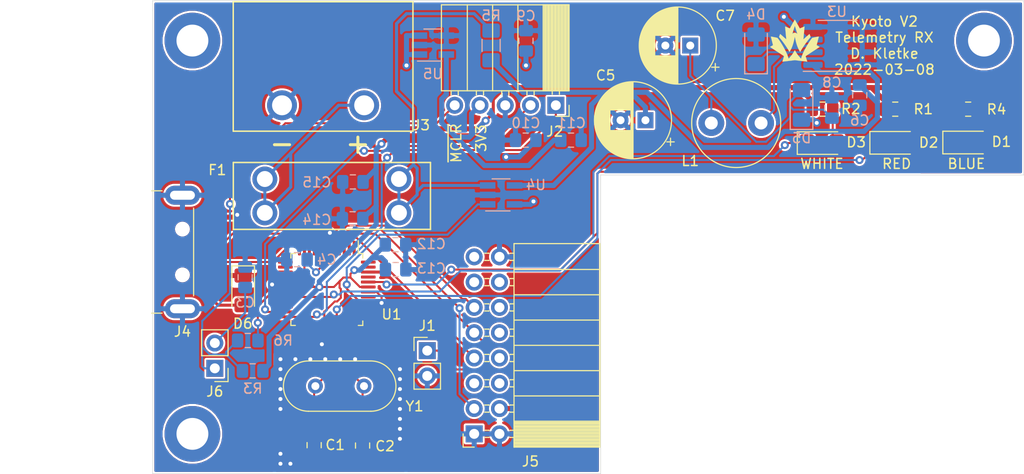
<source format=kicad_pcb>
(kicad_pcb (version 20171130) (host pcbnew "(5.1.2)-1")
  (layers (0 F.Cu signal) (31 B.Cu signal) (34 B.Paste user hide) (35 F.Paste user hide) (36 B.SilkS user) (37 F.SilkS user) (38 B.Mask user) (39 F.Mask user hide) (44 Edge.Cuts user))
  (net 0 "")
  (net 1 GND)
  (net 2 +3V3)
  (net 3 +5V)
  (net 4 "Net-(D1-Pad2)")
  (net 5 "Net-(D1-Pad1)")
  (net 6 "Net-(D2-Pad2)")
  (net 7 "Net-(D2-Pad1)")
  (net 8 "Net-(D3-Pad2)")
  (net 9 "Net-(D3-Pad1)")
  (net 10 /~MCLR)
  (net 11 /ICSPDAT)
  (net 12 /USB_D+)
  (net 13 /USB_D-)
  (net 14 /ICSPCLK)
  (net 15 /OSC1)
  (net 16 /OSC2)
  (net 17 "Net-(C3-Pad1)")
  (net 18 "Net-(C4-Pad1)")
  (net 19 +12V)
  (net 20 "Net-(C7-Pad1)")
  (net 21 "Net-(D4-Pad1)")
  (net 22 "Net-(D6-Pad2)")
  (net 23 "Net-(F1-Pad2)")
  (net 24 "Net-(F1-Pad1)")
  (net 25 /radio.sch/TX)
  (net 26 "Net-(J5-Pad15)")
  (net 27 "Net-(J5-Pad14)")
  (net 28 "Net-(J5-Pad13)")
  (net 29 "Net-(J5-Pad12)")
  (net 30 /radio.sch/~RTS)
  (net 31 "Net-(J5-Pad10)")
  (net 32 "Net-(J5-Pad8)")
  (net 33 /radio.sch/RX)
  (net 34 "Net-(J5-Pad6)")
  (net 35 "Net-(J5-Pad5)")
  (net 36 /radio.sch/~CTS)
  (net 37 "Net-(R6-Pad2)")
  (net 38 "Net-(U1-Pad48)")
  (net 39 "Net-(U1-Pad47)")
  (net 40 "Net-(U1-Pad45)")
  (net 41 "Net-(U1-Pad41)")
  (net 42 /power/CURR_BATT)
  (net 43 "Net-(U1-Pad39)")
  (net 44 "Net-(U1-Pad38)")
  (net 45 "Net-(U1-Pad37)")
  (net 46 "Net-(U1-Pad36)")
  (net 47 "Net-(U1-Pad35)")
  (net 48 "Net-(U1-Pad29)")
  (net 49 "Net-(U1-Pad28)")
  (net 50 "Net-(U1-Pad27)")
  (net 51 "Net-(U1-Pad26)")
  (net 52 "Net-(U1-Pad25)")
  (net 53 "Net-(U1-Pad22)")
  (net 54 "Net-(U1-Pad21)")
  (net 55 "Net-(U1-Pad16)")
  (net 56 "Net-(U1-Pad15)")
  (net 57 "Net-(U1-Pad14)")
  (net 58 "Net-(U1-Pad13)")
  (net 59 "Net-(U1-Pad12)")
  (net 60 "Net-(U1-Pad8)")
  (net 61 "Net-(U1-Pad1)")
  (module canhw_footprints:Fuseholder_36-3557-15-ND (layer F.Cu) (at 107.0088 88.60396)
    (fp_text reference F1 (at -11.5088 -2.60396) (layer F.SilkS))
    (fp_text value "F4989-ND, 36-3557-2-ND")
    (pad 1 thru_hole circle (at 6.735 1.7) (size 2.5 2.5) (drill 1.6) (layers *.Cu *.Mask) (net 24 "Net-(F1-Pad1)"))
    (pad 1 thru_hole circle (at 6.735 -1.7) (size 2.5 2.5) (drill 1.6) (layers *.Cu *.Mask) (net 24 "Net-(F1-Pad1)"))
    (pad 2 thru_hole circle (at -6.735 -1.7) (size 2.5 2.5) (drill 1.6) (layers *.Cu *.Mask) (net 23 "Net-(F1-Pad2)"))
    (pad 2 thru_hole circle (at -6.735 1.7) (size 2.5 2.5) (drill 1.6) (layers *.Cu *.Mask) (net 23 "Net-(F1-Pad2)"))
  )
  (module Connector_PinHeader_2.54mm:PinHeader_1x02_P2.54mm_Vertical (layer F.Cu) (at 95.25 105.918 180)
    (fp_text reference J6 (at 0 -2.33) (layer F.SilkS))
    (fp_text value "~MCLR~ Cap Jumper")
    (pad 2 thru_hole oval (at 0 2.54 180) (size 1.7 1.7) (drill 1) (layers *.Cu *.Mask) (net 17 "Net-(C3-Pad1)"))
    (pad 1 thru_hole rect (at 0 0 180) (size 1.7 1.7) (drill 1) (layers *.Cu *.Mask) (net 10 /~MCLR))
  )
  (module Connector_PinSocket_2.54mm:PinSocket_2x08_P2.54mm_Horizontal (layer F.Cu) (at 121.3 112.5 180)
    (fp_text reference J5 (at -5.65 -2.77) (layer F.SilkS))
    (fp_text value "RFD900x RADIO MODEM CONN")
    (pad 1 thru_hole rect (at 0 0 180) (size 1.7 1.7) (drill 1) (layers *.Cu *.Mask) (net 1 GND))
    (pad 2 thru_hole oval (at -2.54 0 180) (size 1.7 1.7) (drill 1) (layers *.Cu *.Mask) (net 1 GND))
    (pad 3 thru_hole oval (at 0 2.54 180) (size 1.7 1.7) (drill 1) (layers *.Cu *.Mask) (net 36 /radio.sch/~CTS))
    (pad 4 thru_hole oval (at -2.54 2.54 180) (size 1.7 1.7) (drill 1) (layers *.Cu *.Mask) (net 3 +5V))
    (pad 5 thru_hole oval (at 0 5.08 180) (size 1.7 1.7) (drill 1) (layers *.Cu *.Mask) (net 35 "Net-(J5-Pad5)"))
    (pad 6 thru_hole oval (at -2.54 5.08 180) (size 1.7 1.7) (drill 1) (layers *.Cu *.Mask) (net 34 "Net-(J5-Pad6)"))
    (pad 7 thru_hole oval (at 0 7.62 180) (size 1.7 1.7) (drill 1) (layers *.Cu *.Mask) (net 33 /radio.sch/RX))
    (pad 8 thru_hole oval (at -2.54 7.62 180) (size 1.7 1.7) (drill 1) (layers *.Cu *.Mask) (net 32 "Net-(J5-Pad8)"))
    (pad 9 thru_hole oval (at 0 10.16 180) (size 1.7 1.7) (drill 1) (layers *.Cu *.Mask) (net 25 /radio.sch/TX))
    (pad 10 thru_hole oval (at -2.54 10.16 180) (size 1.7 1.7) (drill 1) (layers *.Cu *.Mask) (net 31 "Net-(J5-Pad10)"))
    (pad 11 thru_hole oval (at 0 12.7 180) (size 1.7 1.7) (drill 1) (layers *.Cu *.Mask) (net 30 /radio.sch/~RTS))
    (pad 12 thru_hole oval (at -2.54 12.7 180) (size 1.7 1.7) (drill 1) (layers *.Cu *.Mask) (net 29 "Net-(J5-Pad12)"))
    (pad 13 thru_hole oval (at 0 15.24 180) (size 1.7 1.7) (drill 1) (layers *.Cu *.Mask) (net 28 "Net-(J5-Pad13)"))
    (pad 14 thru_hole oval (at -2.54 15.24 180) (size 1.7 1.7) (drill 1) (layers *.Cu *.Mask) (net 27 "Net-(J5-Pad14)"))
    (pad 15 thru_hole oval (at 0 17.78 180) (size 1.7 1.7) (drill 1) (layers *.Cu *.Mask) (net 26 "Net-(J5-Pad15)"))
    (pad 16 thru_hole oval (at -2.54 17.78 180) (size 1.7 1.7) (drill 1) (layers *.Cu *.Mask) (net 1 GND))
  )
  (module Diode_SMD:D_1206_3216Metric_Pad1.42x1.75mm_HandSolder (layer B.Cu) (at 154.178 79.4655 90)
    (fp_text reference D5 (at -3.32338 0 180) (layer B.SilkS) (effects (justify mirror)))
    (fp_text value SD1206S040S2R0)
    (pad 2 smd roundrect (at 1.4875 0 90) (size 1.425 1.75) (layers B.Cu B.Paste B.Mask) (roundrect_rratio 0.175439) (net 20 "Net-(C7-Pad1)"))
    (pad 1 smd roundrect (at -1.4875 0 90) (size 1.425 1.75) (layers B.Cu B.Paste B.Mask) (roundrect_rratio 0.175439) (net 3 +5V))
  )
  (module canhw_footprints:TQFP-48_7x7mm_P0.5mm (layer F.Cu) (at 106.5 98 270)
    (fp_text reference U1 (at 2.5 -6.5 180) (layer F.SilkS))
    (fp_text value PIC24FJ64GU205)
    (pad 1 smd roundrect (at -4.1625 -2.75 270) (size 1.475 0.3) (layers F.Cu F.Paste F.Mask) (net 61 "Net-(U1-Pad1)"))
    (pad 2 smd roundrect (at -4.1625 -2.25 270) (size 1.475 0.3) (layers F.Cu F.Paste F.Mask) (net 33 /radio.sch/RX))
    (pad 3 smd roundrect (at -4.1625 -1.75 270) (size 1.475 0.3) (layers F.Cu F.Paste F.Mask) (net 25 /radio.sch/TX))
    (pad 4 smd roundrect (at -4.1625 -1.25 270) (size 1.475 0.3) (layers F.Cu F.Paste F.Mask) (net 36 /radio.sch/~CTS))
    (pad 5 smd roundrect (at -4.1625 -0.75 270) (size 1.475 0.3) (layers F.Cu F.Paste F.Mask) (net 30 /radio.sch/~RTS))
    (pad 6 smd roundrect (at -4.1625 -0.25 270) (size 1.475 0.3) (layers F.Cu F.Paste F.Mask) (net 1 GND))
    (pad 7 smd roundrect (at -4.1625 0.25 270) (size 1.475 0.3) (layers F.Cu F.Paste F.Mask) (net 18 "Net-(C4-Pad1)"))
    (pad 8 smd roundrect (at -4.1625 0.75 270) (size 1.475 0.3) (layers F.Cu F.Paste F.Mask) (net 60 "Net-(U1-Pad8)"))
    (pad 9 smd roundrect (at -4.1625 1.25 270) (size 1.475 0.3) (layers F.Cu F.Paste F.Mask) (net 12 /USB_D+))
    (pad 10 smd roundrect (at -4.1625 1.75 270) (size 1.475 0.3) (layers F.Cu F.Paste F.Mask) (net 13 /USB_D-))
    (pad 11 smd roundrect (at -4.1625 2.25 270) (size 1.475 0.3) (layers F.Cu F.Paste F.Mask) (net 2 +3V3))
    (pad 12 smd roundrect (at -4.1625 2.75 270) (size 1.475 0.3) (layers F.Cu F.Paste F.Mask) (net 59 "Net-(U1-Pad12)"))
    (pad 13 smd roundrect (at -2.75 4.1625 270) (size 0.3 1.475) (layers F.Cu F.Paste F.Mask) (net 58 "Net-(U1-Pad13)"))
    (pad 14 smd roundrect (at -2.25 4.1625 270) (size 0.3 1.475) (layers F.Cu F.Paste F.Mask) (net 57 "Net-(U1-Pad14)"))
    (pad 15 smd roundrect (at -1.75 4.1625 270) (size 0.3 1.475) (layers F.Cu F.Paste F.Mask) (net 56 "Net-(U1-Pad15)"))
    (pad 16 smd roundrect (at -1.25 4.1625 270) (size 0.3 1.475) (layers F.Cu F.Paste F.Mask) (net 55 "Net-(U1-Pad16)"))
    (pad 17 smd roundrect (at -0.75 4.1625 270) (size 0.3 1.475) (layers F.Cu F.Paste F.Mask) (net 1 GND))
    (pad 18 smd roundrect (at -0.25 4.1625 270) (size 0.3 1.475) (layers F.Cu F.Paste F.Mask) (net 2 +3V3))
    (pad 19 smd roundrect (at 0.25 4.1625 270) (size 0.3 1.475) (layers F.Cu F.Paste F.Mask) (net 37 "Net-(R6-Pad2)"))
    (pad 20 smd roundrect (at 0.75 4.1625 270) (size 0.3 1.475) (layers F.Cu F.Paste F.Mask) (net 9 "Net-(D3-Pad1)"))
    (pad 21 smd roundrect (at 1.25 4.1625 270) (size 0.3 1.475) (layers F.Cu F.Paste F.Mask) (net 54 "Net-(U1-Pad21)"))
    (pad 22 smd roundrect (at 1.75 4.1625 270) (size 0.3 1.475) (layers F.Cu F.Paste F.Mask) (net 53 "Net-(U1-Pad22)"))
    (pad 23 smd roundrect (at 2.25 4.1625 270) (size 0.3 1.475) (layers F.Cu F.Paste F.Mask) (net 11 /ICSPDAT))
    (pad 24 smd roundrect (at 2.75 4.1625 270) (size 0.3 1.475) (layers F.Cu F.Paste F.Mask) (net 14 /ICSPCLK))
    (pad 25 smd roundrect (at 4.1625 2.75 270) (size 1.475 0.3) (layers F.Cu F.Paste F.Mask) (net 52 "Net-(U1-Pad25)"))
    (pad 26 smd roundrect (at 4.1625 2.25 270) (size 1.475 0.3) (layers F.Cu F.Paste F.Mask) (net 51 "Net-(U1-Pad26)"))
    (pad 27 smd roundrect (at 4.1625 1.75 270) (size 1.475 0.3) (layers F.Cu F.Paste F.Mask) (net 50 "Net-(U1-Pad27)"))
    (pad 28 smd roundrect (at 4.1625 1.25 270) (size 1.475 0.3) (layers F.Cu F.Paste F.Mask) (net 49 "Net-(U1-Pad28)"))
    (pad 29 smd roundrect (at 4.1625 0.75 270) (size 1.475 0.3) (layers F.Cu F.Paste F.Mask) (net 48 "Net-(U1-Pad29)"))
    (pad 30 smd roundrect (at 4.1625 0.25 270) (size 1.475 0.3) (layers F.Cu F.Paste F.Mask) (net 2 +3V3))
    (pad 31 smd roundrect (at 4.1625 -0.25 270) (size 1.475 0.3) (layers F.Cu F.Paste F.Mask) (net 1 GND))
    (pad 32 smd roundrect (at 4.1625 -0.75 270) (size 1.475 0.3) (layers F.Cu F.Paste F.Mask) (net 7 "Net-(D2-Pad1)"))
    (pad 33 smd roundrect (at 4.1625 -1.25 270) (size 1.475 0.3) (layers F.Cu F.Paste F.Mask) (net 15 /OSC1))
    (pad 34 smd roundrect (at 4.1625 -1.75 270) (size 1.475 0.3) (layers F.Cu F.Paste F.Mask) (net 16 /OSC2))
    (pad 35 smd roundrect (at 4.1625 -2.25 270) (size 1.475 0.3) (layers F.Cu F.Paste F.Mask) (net 47 "Net-(U1-Pad35)"))
    (pad 36 smd roundrect (at 4.1625 -2.75 270) (size 1.475 0.3) (layers F.Cu F.Paste F.Mask) (net 46 "Net-(U1-Pad36)"))
    (pad 37 smd roundrect (at 2.75 -4.1625 270) (size 0.3 1.475) (layers F.Cu F.Paste F.Mask) (net 45 "Net-(U1-Pad37)"))
    (pad 38 smd roundrect (at 2.25 -4.1625 270) (size 0.3 1.475) (layers F.Cu F.Paste F.Mask) (net 44 "Net-(U1-Pad38)"))
    (pad 39 smd roundrect (at 1.75 -4.1625 270) (size 0.3 1.475) (layers F.Cu F.Paste F.Mask) (net 43 "Net-(U1-Pad39)"))
    (pad 40 smd roundrect (at 1.25 -4.1625 270) (size 0.3 1.475) (layers F.Cu F.Paste F.Mask) (net 42 /power/CURR_BATT))
    (pad 41 smd roundrect (at 0.75 -4.1625 270) (size 0.3 1.475) (layers F.Cu F.Paste F.Mask) (net 41 "Net-(U1-Pad41)"))
    (pad 42 smd roundrect (at 0.25 -4.1625 270) (size 0.3 1.475) (layers F.Cu F.Paste F.Mask) (net 1 GND))
    (pad 43 smd roundrect (at -0.25 -4.1625 270) (size 0.3 1.475) (layers F.Cu F.Paste F.Mask) (net 2 +3V3))
    (pad 44 smd roundrect (at -0.75 -4.1625 270) (size 0.3 1.475) (layers F.Cu F.Paste F.Mask) (net 5 "Net-(D1-Pad1)"))
    (pad 45 smd roundrect (at -1.25 -4.1625 270) (size 0.3 1.475) (layers F.Cu F.Paste F.Mask) (net 40 "Net-(U1-Pad45)"))
    (pad 46 smd roundrect (at -1.75 -4.1625 270) (size 0.3 1.475) (layers F.Cu F.Paste F.Mask) (net 3 +5V))
    (pad 47 smd roundrect (at -2.25 -4.1625 270) (size 0.3 1.475) (layers F.Cu F.Paste F.Mask) (net 39 "Net-(U1-Pad47)"))
    (pad 48 smd roundrect (at -2.75 -4.1625 270) (size 0.3 1.475) (layers F.Cu F.Paste F.Mask) (net 38 "Net-(U1-Pad48)"))
  )
  (module Inductor_THT:L_Radial_D8.7mm_P5.00mm_Fastron_07HCP (layer F.Cu) (at 150.114 81.28 180)
    (fp_text reference L1 (at 7.112 -3.81) (layer F.SilkS))
    (fp_text value 47uH)
    (pad 1 thru_hole circle (at 0 0 180) (size 2.6 2.6) (drill 1.3) (layers *.Cu *.Mask) (net 21 "Net-(D4-Pad1)"))
    (pad 2 thru_hole circle (at 5 0 180) (size 2.6 2.6) (drill 1.3) (layers *.Cu *.Mask) (net 20 "Net-(C7-Pad1)"))
  )
  (module MountingHole:MountingHole_3.2mm_M3_DIN965_Pad (layer F.Cu) (at 172.5 73)
    (fp_text reference REF** hide)
    (fp_text value MountingHole_3.2mm_M3_DIN965_Pad)
    (pad 1 thru_hole circle (at 0 0) (size 5.6 5.6) (drill 3.2) (layers *.Cu *.Mask))
  )
  (module MountingHole:MountingHole_3.2mm_M3_DIN965_Pad (layer F.Cu) (at 93 112.5)
    (fp_text reference REF** hide)
    (fp_text value MountingHole_3.2mm_M3_DIN965_Pad)
    (pad 1 thru_hole circle (at 0 0) (size 5.6 5.6) (drill 3.2) (layers *.Cu *.Mask))
  )
  (module MountingHole:MountingHole_3.2mm_M3_DIN965_Pad (layer F.Cu) (at 93 73)
    (fp_text reference REF** hide)
    (fp_text value MountingHole_3.2mm_M3_DIN965_Pad)
    (pad 1 thru_hole circle (at 0 0) (size 5.6 5.6) (drill 3.2) (layers *.Cu *.Mask))
  )
  (module Resistor_SMD:R_0805_2012Metric_Pad1.15x1.40mm_HandSolder (layer B.Cu) (at 99.051 106.172 180)
    (fp_text reference R3 (at -0.009 -1.778) (layer B.SilkS) (effects (justify mirror)))
    (fp_text value 10k)
    (pad 2 smd roundrect (at 1.025 0 180) (size 1.15 1.4) (layers B.Cu B.Paste B.Mask) (roundrect_rratio 0.217391) (net 10 /~MCLR))
    (pad 1 smd roundrect (at -1.025 0 180) (size 1.15 1.4) (layers B.Cu B.Paste B.Mask) (roundrect_rratio 0.217391) (net 2 +3V3))
  )
  (module Connector_PinSocket_2.54mm:PinSocket_1x05_P2.54mm_Horizontal (layer F.Cu) (at 129.5 79.5 270)
    (fp_text reference J2 (at 2.63508 0.1102 180) (layer F.SilkS))
    (fp_text value "Programming Header")
    (pad 1 thru_hole rect (at 0 0 270) (size 1.7 1.7) (drill 1) (layers *.Cu *.Mask) (net 14 /ICSPCLK))
    (pad 2 thru_hole oval (at 0 2.54 270) (size 1.7 1.7) (drill 1) (layers *.Cu *.Mask) (net 11 /ICSPDAT))
    (pad 3 thru_hole oval (at 0 5.08 270) (size 1.7 1.7) (drill 1) (layers *.Cu *.Mask) (net 1 GND))
    (pad 4 thru_hole oval (at 0 7.62 270) (size 1.7 1.7) (drill 1) (layers *.Cu *.Mask) (net 2 +3V3))
    (pad 5 thru_hole oval (at 0 10.16 270) (size 1.7 1.7) (drill 1) (layers *.Cu *.Mask) (net 10 /~MCLR))
  )
  (module canhw_footprints:BarrierBlock_ED2945-ND (layer F.Cu) (at 102 79.5)
    (fp_text reference J3 (at 14 2) (layer F.SilkS))
    (fp_text value "Battery In")
    (fp_text user + (at 7.62 3.81) (layer F.SilkS) (effects (font (size 2 2) (thickness 0.3))))
    (fp_text user - (at 0 3.81) (layer F.SilkS) (effects (font (size 2 2) (thickness 0.3))))
    (pad 1 thru_hole circle (at 0 0) (size 3 3) (drill 2) (layers *.Cu *.Mask) (net 1 GND))
    (pad 2 thru_hole circle (at 8.25 0) (size 3 3) (drill 2) (layers *.Cu *.Mask) (net 23 "Net-(F1-Pad2)"))
  )
  (module Crystal:Crystal_HC49-U_Vertical (layer F.Cu) (at 105.3509 107.70328)
    (fp_text reference Y1 (at 9.9651 2.02472) (layer F.SilkS))
    (fp_text value Crystal)
    (pad 1 thru_hole circle (at 0 0) (size 1.5 1.5) (drill 0.8) (layers *.Cu *.Mask) (net 15 /OSC1))
    (pad 2 thru_hole circle (at 4.88 0) (size 1.5 1.5) (drill 0.8) (layers *.Cu *.Mask) (net 16 /OSC2))
  )
  (module Package_TO_SOT_SMD:SOT-23-5_HandSoldering (layer B.Cu) (at 117.15 73.45)
    (fp_text reference U5 (at 0 2.9) (layer B.SilkS) (effects (justify mirror)))
    (fp_text value 497-18013-1-ND)
    (pad 1 smd rect (at -1.35 0.95) (size 1.56 0.65) (layers B.Cu B.Paste B.Mask) (net 3 +5V))
    (pad 2 smd rect (at -1.35 0) (size 1.56 0.65) (layers B.Cu B.Paste B.Mask) (net 1 GND))
    (pad 3 smd rect (at -1.35 -0.95) (size 1.56 0.65) (layers B.Cu B.Paste B.Mask) (net 3 +5V))
    (pad 4 smd rect (at 1.35 -0.95) (size 1.56 0.65) (layers B.Cu B.Paste B.Mask) (net 1 GND))
    (pad 5 smd rect (at 1.35 0.95) (size 1.56 0.65) (layers B.Cu B.Paste B.Mask) (net 2 +3V3))
  )
  (module Package_TO_SOT_SMD:SOT-23-5_HandSoldering (layer B.Cu) (at 124 88.5)
    (fp_text reference U4 (at 3.5 -1) (layer B.SilkS) (effects (justify mirror)))
    (fp_text value INA180)
    (pad 1 smd rect (at -1.35 0.95) (size 1.56 0.65) (layers B.Cu B.Paste B.Mask) (net 42 /power/CURR_BATT))
    (pad 2 smd rect (at -1.35 0) (size 1.56 0.65) (layers B.Cu B.Paste B.Mask) (net 1 GND))
    (pad 3 smd rect (at -1.35 -0.95) (size 1.56 0.65) (layers B.Cu B.Paste B.Mask) (net 24 "Net-(F1-Pad1)"))
    (pad 4 smd rect (at 1.35 -0.95) (size 1.56 0.65) (layers B.Cu B.Paste B.Mask) (net 19 +12V))
    (pad 5 smd rect (at 1.35 0.95) (size 1.56 0.65) (layers B.Cu B.Paste B.Mask) (net 3 +5V))
  )
  (module Package_SO:SOIC-8_3.9x4.9mm_P1.27mm (layer B.Cu) (at 157.799 73.533)
    (fp_text reference U3 (at -0.065 -3.429) (layer B.SilkS) (effects (justify mirror)))
    (fp_text value AP1509)
    (pad 1 smd roundrect (at -2.475 1.905) (size 1.95 0.6) (layers B.Cu B.Paste B.Mask) (net 19 +12V))
    (pad 2 smd roundrect (at -2.475 0.635) (size 1.95 0.6) (layers B.Cu B.Paste B.Mask) (net 21 "Net-(D4-Pad1)"))
    (pad 3 smd roundrect (at -2.475 -0.635) (size 1.95 0.6) (layers B.Cu B.Paste B.Mask) (net 3 +5V))
    (pad 4 smd roundrect (at -2.475 -1.905) (size 1.95 0.6) (layers B.Cu B.Paste B.Mask) (net 1 GND))
    (pad 5 smd roundrect (at 2.475 -1.905) (size 1.95 0.6) (layers B.Cu B.Paste B.Mask) (net 1 GND))
    (pad 6 smd roundrect (at 2.475 -0.635) (size 1.95 0.6) (layers B.Cu B.Paste B.Mask) (net 1 GND))
    (pad 7 smd roundrect (at 2.475 0.635) (size 1.95 0.6) (layers B.Cu B.Paste B.Mask) (net 1 GND))
    (pad 8 smd roundrect (at 2.475 1.905) (size 1.95 0.6) (layers B.Cu B.Paste B.Mask) (net 1 GND))
  )
  (module Resistor_SMD:R_0805_2012Metric_Pad1.15x1.40mm_HandSolder (layer B.Cu) (at 98.561 103.124)
    (fp_text reference R6 (at 3.547 0) (layer B.SilkS) (effects (justify mirror)))
    (fp_text value 100R)
    (pad 1 smd roundrect (at -1.025 0) (size 1.15 1.4) (layers B.Cu B.Paste B.Mask) (roundrect_rratio 0.217391) (net 10 /~MCLR))
    (pad 2 smd roundrect (at 1.025 0) (size 1.15 1.4) (layers B.Cu B.Paste B.Mask) (roundrect_rratio 0.217391) (net 37 "Net-(R6-Pad2)"))
  )
  (module Resistor_SMD:R_1206_3216Metric_Pad1.42x1.75mm_HandSolder (layer B.Cu) (at 123 73.4875 90)
    (fp_text reference R5 (at 3 0 180) (layer B.SilkS) (effects (justify mirror)))
    (fp_text value R_sense)
    (pad 1 smd roundrect (at -1.4875 0 90) (size 1.425 1.75) (layers B.Cu B.Paste B.Mask) (roundrect_rratio 0.175439) (net 19 +12V))
    (pad 2 smd roundrect (at 1.4875 0 90) (size 1.425 1.75) (layers B.Cu B.Paste B.Mask) (roundrect_rratio 0.175439) (net 24 "Net-(F1-Pad1)"))
  )
  (module Connector_USB:USB_A_CNCTech_1001-011-01101_Horizontal (layer F.Cu) (at 85.10016 94.234 180)
    (fp_text reference J4 (at -6.9 -8) (layer F.SilkS))
    (fp_text value USB_A)
    (pad 2 smd rect (at -9.65 -1 180) (size 2.5 1.1) (layers F.Cu F.Paste F.Mask) (net 13 /USB_D-))
    (pad 3 smd rect (at -9.65 1 180) (size 2.5 1.1) (layers F.Cu F.Paste F.Mask) (net 12 /USB_D+))
    (pad 1 smd rect (at -9.65 -3.5 180) (size 2.5 1.1) (layers F.Cu F.Paste F.Mask) (net 22 "Net-(D6-Pad2)"))
    (pad 4 smd rect (at -9.65 3.5 180) (size 2.5 1.1) (layers F.Cu F.Paste F.Mask) (net 1 GND))
    (pad 5 thru_hole oval (at -6.9 -5.7 180) (size 3.5 1.9) (drill oval 2.5 0.9) (layers *.Cu *.Mask) (net 1 GND))
    (pad 5 thru_hole oval (at -6.9 5.7 180) (size 3.5 1.9) (drill oval 2.5 0.9) (layers *.Cu *.Mask) (net 1 GND))
    (pad "" np_thru_hole circle (at -6.9 -2.3 180) (size 1.1 1.1) (drill 1.1) (layers *.Cu *.Mask))
    (pad "" np_thru_hole circle (at -6.9 2.3 180) (size 1.1 1.1) (drill 1.1) (layers *.Cu *.Mask))
  )
  (module Connector_PinHeader_2.54mm:PinHeader_1x02_P2.54mm_Vertical (layer F.Cu) (at 116.586 104.14)
    (fp_text reference J1 (at 0 -2.5) (layer F.SilkS))
    (fp_text value "Bootload Short")
    (pad 1 thru_hole rect (at 0 0) (size 1.7 1.7) (drill 1) (layers *.Cu *.Mask) (net 25 /radio.sch/TX))
    (pad 2 thru_hole oval (at 0 2.54) (size 1.7 1.7) (drill 1) (layers *.Cu *.Mask) (net 1 GND))
  )
  (module Diode_SMD:D_1206_3216Metric_Pad1.42x1.75mm_HandSolder (layer F.Cu) (at 98.1 98.0875 270)
    (fp_text reference D6 (at 3.33756 0.04572 180) (layer F.SilkS))
    (fp_text value SD1206S040S2R0)
    (pad 1 smd roundrect (at -1.4875 0 270) (size 1.425 1.75) (layers F.Cu F.Paste F.Mask) (roundrect_rratio 0.175439) (net 3 +5V))
    (pad 2 smd roundrect (at 1.4875 0 270) (size 1.425 1.75) (layers F.Cu F.Paste F.Mask) (roundrect_rratio 0.175439) (net 22 "Net-(D6-Pad2)"))
  )
  (module Diode_SMD:D_1206_3216Metric_Pad1.42x1.75mm_HandSolder (layer B.Cu) (at 149.606 73.8775 90)
    (fp_text reference D4 (at 3.5 0 180) (layer B.SilkS) (effects (justify mirror)))
    (fp_text value SD1206S040S2R0)
    (pad 1 smd roundrect (at -1.4875 0 90) (size 1.425 1.75) (layers B.Cu B.Paste B.Mask) (roundrect_rratio 0.175439) (net 21 "Net-(D4-Pad1)"))
    (pad 2 smd roundrect (at 1.4875 0 90) (size 1.425 1.75) (layers B.Cu B.Paste B.Mask) (roundrect_rratio 0.175439) (net 1 GND))
  )
  (module Capacitor_SMD:C_0805_2012Metric_Pad1.15x1.40mm_HandSolder (layer B.Cu) (at 109.11568 87.19764 180)
    (fp_text reference C15 (at 3.61568 -0.04064) (layer B.SilkS) (effects (justify mirror)))
    (fp_text value 0.1uF)
    (pad 1 smd roundrect (at -1.025 0 180) (size 1.15 1.4) (layers B.Cu B.Paste B.Mask) (roundrect_rratio 0.217391) (net 2 +3V3))
    (pad 2 smd roundrect (at 1.025 0 180) (size 1.15 1.4) (layers B.Cu B.Paste B.Mask) (roundrect_rratio 0.217391) (net 1 GND))
  )
  (module Capacitor_SMD:C_0805_2012Metric_Pad1.15x1.40mm_HandSolder (layer B.Cu) (at 109.08912 90.89588 180)
    (fp_text reference C14 (at 3.58912 -0.10412) (layer B.SilkS) (effects (justify mirror)))
    (fp_text value 0.1uF)
    (pad 1 smd roundrect (at -1.025 0 180) (size 1.15 1.4) (layers B.Cu B.Paste B.Mask) (roundrect_rratio 0.217391) (net 2 +3V3))
    (pad 2 smd roundrect (at 1.025 0 180) (size 1.15 1.4) (layers B.Cu B.Paste B.Mask) (roundrect_rratio 0.217391) (net 1 GND))
  )
  (module Capacitor_SMD:C_0805_2012Metric_Pad1.15x1.40mm_HandSolder (layer B.Cu) (at 113.41088 96)
    (fp_text reference C13 (at 3.58912 -0.11684) (layer B.SilkS) (effects (justify mirror)))
    (fp_text value 0.1uF)
    (pad 2 smd roundrect (at 1.025 0) (size 1.15 1.4) (layers B.Cu B.Paste B.Mask) (roundrect_rratio 0.217391) (net 1 GND))
    (pad 1 smd roundrect (at -1.025 0) (size 1.15 1.4) (layers B.Cu B.Paste B.Mask) (roundrect_rratio 0.217391) (net 2 +3V3))
  )
  (module Capacitor_SMD:C_0805_2012Metric_Pad1.15x1.40mm_HandSolder (layer B.Cu) (at 113.3978 93.5)
    (fp_text reference C12 (at 3.6022 -0.07436) (layer B.SilkS) (effects (justify mirror)))
    (fp_text value 0.1uF)
    (pad 2 smd roundrect (at 1.025 0) (size 1.15 1.4) (layers B.Cu B.Paste B.Mask) (roundrect_rratio 0.217391) (net 1 GND))
    (pad 1 smd roundrect (at -1.025 0) (size 1.15 1.4) (layers B.Cu B.Paste B.Mask) (roundrect_rratio 0.217391) (net 2 +3V3))
  )
  (module Capacitor_SMD:C_0805_2012Metric_Pad1.15x1.40mm_HandSolder (layer B.Cu) (at 131.025 83)
    (fp_text reference C11 (at 0.039 -1.72) (layer B.SilkS) (effects (justify mirror)))
    (fp_text value 1uF)
    (pad 2 smd roundrect (at 1.025 0) (size 1.15 1.4) (layers B.Cu B.Paste B.Mask) (roundrect_rratio 0.217391) (net 1 GND))
    (pad 1 smd roundrect (at -1.025 0) (size 1.15 1.4) (layers B.Cu B.Paste B.Mask) (roundrect_rratio 0.217391) (net 2 +3V3))
  )
  (module Capacitor_SMD:C_0805_2012Metric_Pad1.15x1.40mm_HandSolder (layer B.Cu) (at 126.475 83 180)
    (fp_text reference C10 (at -0.017 1.72) (layer B.SilkS) (effects (justify mirror)))
    (fp_text value 1uF)
    (pad 1 smd roundrect (at -1.025 0 180) (size 1.15 1.4) (layers B.Cu B.Paste B.Mask) (roundrect_rratio 0.217391) (net 3 +5V))
    (pad 2 smd roundrect (at 1.025 0 180) (size 1.15 1.4) (layers B.Cu B.Paste B.Mask) (roundrect_rratio 0.217391) (net 1 GND))
  )
  (module Capacitor_SMD:C_0805_2012Metric_Pad1.15x1.40mm_HandSolder (layer B.Cu) (at 126.5 73.025 270)
    (fp_text reference C9 (at -2.5 0 180) (layer B.SilkS) (effects (justify mirror)))
    (fp_text value 0.1uF)
    (pad 1 smd roundrect (at -1.025 0 270) (size 1.15 1.4) (layers B.Cu B.Paste B.Mask) (roundrect_rratio 0.217391) (net 1 GND))
    (pad 2 smd roundrect (at 1.025 0 270) (size 1.15 1.4) (layers B.Cu B.Paste B.Mask) (roundrect_rratio 0.217391) (net 3 +5V))
  )
  (module Capacitor_SMD:C_0805_2012Metric_Pad1.15x1.40mm_HandSolder (layer B.Cu) (at 157.226 79.765 90)
    (fp_text reference C8 (at 2.549 0 180) (layer B.SilkS) (effects (justify mirror)))
    (fp_text value 0.1uF)
    (pad 2 smd roundrect (at 1.025 0 90) (size 1.15 1.4) (layers B.Cu B.Paste B.Mask) (roundrect_rratio 0.217391) (net 1 GND))
    (pad 1 smd roundrect (at -1.025 0 90) (size 1.15 1.4) (layers B.Cu B.Paste B.Mask) (roundrect_rratio 0.217391) (net 20 "Net-(C7-Pad1)"))
  )
  (module Capacitor_THT:CP_Radial_D7.5mm_P2.50mm (layer F.Cu) (at 143 73.5 180)
    (fp_text reference C7 (at -3.5 3) (layer F.SilkS))
    (fp_text value 100uF)
    (pad 1 thru_hole rect (at 0 0 180) (size 1.6 1.6) (drill 0.8) (layers *.Cu *.Mask) (net 20 "Net-(C7-Pad1)"))
    (pad 2 thru_hole circle (at 2.5 0 180) (size 1.6 1.6) (drill 0.8) (layers *.Cu *.Mask) (net 1 GND))
  )
  (module Capacitor_SMD:C_0805_2012Metric_Pad1.15x1.40mm_HandSolder (layer B.Cu) (at 160.02 78.486 270)
    (fp_text reference C6 (at 2.531 0 180) (layer B.SilkS) (effects (justify mirror)))
    (fp_text value 0.1uF)
    (pad 1 smd roundrect (at -1.025 0 270) (size 1.15 1.4) (layers B.Cu B.Paste B.Mask) (roundrect_rratio 0.217391) (net 19 +12V))
    (pad 2 smd roundrect (at 1.025 0 270) (size 1.15 1.4) (layers B.Cu B.Paste B.Mask) (roundrect_rratio 0.217391) (net 1 GND))
  )
  (module Capacitor_THT:CP_Radial_D7.5mm_P2.50mm (layer F.Cu) (at 138.5 81 180)
    (fp_text reference C5 (at 4 4.5) (layer F.SilkS))
    (fp_text value 100uF)
    (pad 1 thru_hole rect (at 0 0 180) (size 1.6 1.6) (drill 0.8) (layers *.Cu *.Mask) (net 19 +12V))
    (pad 2 thru_hole circle (at 2.5 0 180) (size 1.6 1.6) (drill 0.8) (layers *.Cu *.Mask) (net 1 GND))
  )
  (module Capacitor_SMD:C_0805_2012Metric_Pad1.15x1.40mm_HandSolder (layer B.Cu) (at 103.5 95 180)
    (fp_text reference C4 (at -3 0) (layer B.SilkS) (effects (justify mirror)))
    (fp_text value 10uF)
    (pad 1 smd roundrect (at -1.025 0 180) (size 1.15 1.4) (layers B.Cu B.Paste B.Mask) (roundrect_rratio 0.217391) (net 18 "Net-(C4-Pad1)"))
    (pad 2 smd roundrect (at 1.025 0 180) (size 1.15 1.4) (layers B.Cu B.Paste B.Mask) (roundrect_rratio 0.217391) (net 1 GND))
  )
  (module Capacitor_SMD:C_0805_2012Metric_Pad1.15x1.40mm_HandSolder (layer B.Cu) (at 98.298 96.774 90)
    (fp_text reference C3 (at -2.525 0 180) (layer B.SilkS) (effects (justify mirror)))
    (fp_text value 0.1uF)
    (pad 1 smd roundrect (at -1.025 0 90) (size 1.15 1.4) (layers B.Cu B.Paste B.Mask) (roundrect_rratio 0.217391) (net 17 "Net-(C3-Pad1)"))
    (pad 2 smd roundrect (at 1.025 0 90) (size 1.15 1.4) (layers B.Cu B.Paste B.Mask) (roundrect_rratio 0.217391) (net 1 GND))
  )
  (module Capacitor_SMD:C_0805_2012Metric_Pad1.15x1.40mm_HandSolder (layer F.Cu) (at 110.09054 113.67228 90)
    (fp_text reference C2 (at -0.06096 2.25146 180) (layer F.SilkS))
    (fp_text value 27pF)
    (pad 1 smd roundrect (at -1.025 0 90) (size 1.15 1.4) (layers F.Cu F.Paste F.Mask) (roundrect_rratio 0.217391) (net 1 GND))
    (pad 2 smd roundrect (at 1.025 0 90) (size 1.15 1.4) (layers F.Cu F.Paste F.Mask) (roundrect_rratio 0.217391) (net 16 /OSC2))
  )
  (module Capacitor_SMD:C_0805_2012Metric_Pad1.15x1.40mm_HandSolder (layer F.Cu) (at 105.22644 113.63418 270)
    (fp_text reference C1 (at -0.02286 -2.11328 180) (layer F.SilkS))
    (fp_text value 27pF)
    (pad 1 smd roundrect (at -1.025 0 270) (size 1.15 1.4) (layers F.Cu F.Paste F.Mask) (roundrect_rratio 0.217391) (net 15 /OSC1))
    (pad 2 smd roundrect (at 1.025 0 270) (size 1.15 1.4) (layers F.Cu F.Paste F.Mask) (roundrect_rratio 0.217391) (net 1 GND))
  )
  (module "Team logo:Logo_SilkScreen_5mm" (layer F.Cu) (at 153.5 73)
    (fp_text reference G*** hide)
    (fp_text value LOGO hide)
  )
  (module Resistor_SMD:R_0805_2012Metric_Pad1.15x1.40mm_HandSolder (layer F.Cu) (at 170.91328 79.88842)
    (fp_text reference R4 (at 2.8448 0.0254) (layer F.SilkS))
    (fp_text value 130)
    (pad 2 smd roundrect (at 1.025 0) (size 1.15 1.4) (layers F.Cu F.Paste F.Mask) (roundrect_rratio 0.217391) (net 4 "Net-(D1-Pad2)"))
    (pad 1 smd roundrect (at -1.025 0) (size 1.15 1.4) (layers F.Cu F.Paste F.Mask) (roundrect_rratio 0.217391) (net 2 +3V3))
  )
  (module Resistor_SMD:R_0805_2012Metric_Pad1.15x1.40mm_HandSolder (layer F.Cu) (at 156.28288 79.88842)
    (fp_text reference R2 (at 2.8448 -0.0254) (layer F.SilkS))
    (fp_text value 130)
    (pad 2 smd roundrect (at 1.025 0) (size 1.15 1.4) (layers F.Cu F.Paste F.Mask) (roundrect_rratio 0.217391) (net 8 "Net-(D3-Pad2)"))
    (pad 1 smd roundrect (at -1.025 0) (size 1.15 1.4) (layers F.Cu F.Paste F.Mask) (roundrect_rratio 0.217391) (net 2 +3V3))
  )
  (module Resistor_SMD:R_0805_2012Metric_Pad1.15x1.40mm_HandSolder (layer F.Cu) (at 163.58908 79.88842)
    (fp_text reference R1 (at 2.8194 0) (layer F.SilkS))
    (fp_text value 130)
    (pad 2 smd roundrect (at 1.025 0) (size 1.15 1.4) (layers F.Cu F.Paste F.Mask) (roundrect_rratio 0.217391) (net 6 "Net-(D2-Pad2)"))
    (pad 1 smd roundrect (at -1.025 0) (size 1.15 1.4) (layers F.Cu F.Paste F.Mask) (roundrect_rratio 0.217391) (net 2 +3V3))
  )
  (module LED_SMD:LED_1206_3216Metric_Pad1.42x1.75mm_HandSolder (layer F.Cu) (at 156.21198 83.29202)
    (fp_text reference D3 (at 3.4544 -0.0762) (layer F.SilkS))
    (fp_text value LED)
    (pad 2 smd roundrect (at 1.4875 0) (size 1.425 1.75) (layers F.Cu F.Paste F.Mask) (roundrect_rratio 0.175439) (net 8 "Net-(D3-Pad2)"))
    (pad 1 smd roundrect (at -1.4875 0) (size 1.425 1.75) (layers F.Cu F.Paste F.Mask) (roundrect_rratio 0.175439) (net 9 "Net-(D3-Pad1)"))
  )
  (module LED_SMD:LED_1206_3216Metric_Pad1.42x1.75mm_HandSolder (layer F.Cu) (at 163.50178 83.26662)
    (fp_text reference D2 (at 3.4401 -0.0254) (layer F.SilkS))
    (fp_text value LED)
    (pad 2 smd roundrect (at 1.4875 0) (size 1.425 1.75) (layers F.Cu F.Paste F.Mask) (roundrect_rratio 0.175439) (net 6 "Net-(D2-Pad2)"))
    (pad 1 smd roundrect (at -1.4875 0) (size 1.425 1.75) (layers F.Cu F.Paste F.Mask) (roundrect_rratio 0.175439) (net 7 "Net-(D2-Pad1)"))
  )
  (module LED_SMD:LED_1206_3216Metric_Pad1.42x1.75mm_HandSolder (layer F.Cu) (at 170.82808 83.24122)
    (fp_text reference D1 (at 3.429 -0.0762) (layer F.SilkS))
    (fp_text value LED)
    (pad 2 smd roundrect (at 1.4875 0) (size 1.425 1.75) (layers F.Cu F.Paste F.Mask) (roundrect_rratio 0.175439) (net 4 "Net-(D1-Pad2)"))
    (pad 1 smd roundrect (at -1.4875 0) (size 1.425 1.75) (layers F.Cu F.Paste F.Mask) (roundrect_rratio 0.175439) (net 5 "Net-(D1-Pad1)"))
  )
  (gr_text ~MCLR (at 119.5 83.3 90) (layer F.SilkS) (effects (font (size 1 1))))
  (gr_text "Kyoto V2\nTelemetry RX\nD. Kletke\n2022-03-08" (at 162.5 73.5) (layer F.SilkS) (effects (font (size 1 1))))
  (gr_line (start 176.5 86.5) (end 176.5 69) (layer Edge.Cuts) (width 0.05))
  (gr_line (start 161.5 69) (end 176.5 69) (layer Edge.Cuts) (width 0.05))
  (gr_line (start 134 86.5) (end 134 116.5) (layer Edge.Cuts) (width 0.05))
  (gr_line (start 134 86.5) (end 176.5 86.5) (layer Edge.Cuts) (width 0.05))
  (gr_text BLUE (at 170.73 85.38) (layer F.SilkS) (effects (font (size 1 1))))
  (gr_text RED (at 163.73 85.38) (layer F.SilkS) (effects (font (size 1 1))))
  (gr_text WHITE (at 156.23 85.38) (layer F.SilkS) (effects (font (size 1 1))))
  (gr_line (start 89 69) (end 89 70) (layer Edge.Cuts) (width 0.05))
  (gr_line (start 161.5 69) (end 89 69) (layer Edge.Cuts) (width 0.05))
  (gr_line (start 89 116.5) (end 134 116.5) (layer Edge.Cuts) (width 0.05))
  (gr_line (start 89 70) (end 89 116.5) (layer Edge.Cuts) (width 0.05))
  (gr_text 3V3 (at 122 82.8 90) (layer F.SilkS) (effects (font (size 1 1))))
  (segment (start 101.5 97.25) (end 102.3375 97.25) (width 0.2032) (layer F.Cu) (net 1))
  (segment (start 110.6625 98.25) (end 111.5 98.25) (width 0.2032) (layer F.Cu) (net 1))
  (segment (start 122.65 88.5) (end 123.347882 88.5) (width 0.2032) (layer B.Cu) (net 1))
  (via (at 101.842 115.5) (size 0.8) (drill 0.4) (layers F.Cu B.Cu) (net 1))
  (via (at 101.842 105) (size 0.8) (drill 0.4) (layers F.Cu B.Cu) (net 1))
  (via (at 101.842 106) (size 0.8) (drill 0.4) (layers F.Cu B.Cu) (net 1))
  (via (at 101.842 107) (size 0.8) (drill 0.4) (layers F.Cu B.Cu) (net 1))
  (via (at 101.842 108) (size 0.8) (drill 0.4) (layers F.Cu B.Cu) (net 1))
  (via (at 101.842 109) (size 0.8) (drill 0.4) (layers F.Cu B.Cu) (net 1))
  (via (at 101.842 110) (size 0.8) (drill 0.4) (layers F.Cu B.Cu) (net 1))
  (via (at 113.842 110) (size 0.8) (drill 0.4) (layers F.Cu B.Cu) (net 1))
  (via (at 113.842 109) (size 0.8) (drill 0.4) (layers F.Cu B.Cu) (net 1))
  (via (at 113.842 108) (size 0.8) (drill 0.4) (layers F.Cu B.Cu) (net 1))
  (via (at 113.842 107) (size 0.8) (drill 0.4) (layers F.Cu B.Cu) (net 1))
  (via (at 113.842 106) (size 0.8) (drill 0.4) (layers F.Cu B.Cu) (net 1))
  (via (at 103.342 105) (size 0.8) (drill 0.4) (layers F.Cu B.Cu) (net 1))
  (via (at 104.842 105) (size 0.8) (drill 0.4) (layers F.Cu B.Cu) (net 1))
  (via (at 106.342 105) (size 0.8) (drill 0.4) (layers F.Cu B.Cu) (net 1))
  (via (at 107.842 105) (size 0.8) (drill 0.4) (layers F.Cu B.Cu) (net 1))
  (via (at 109.342 105) (size 0.8) (drill 0.4) (layers F.Cu B.Cu) (net 1))
  (via (at 101.842 114.5) (size 0.8) (drill 0.4) (layers F.Cu B.Cu) (net 1))
  (via (at 113.842 111) (size 0.8) (drill 0.4) (layers F.Cu B.Cu) (net 1))
  (via (at 113.842 112) (size 0.8) (drill 0.4) (layers F.Cu B.Cu) (net 1))
  (via (at 113.842 113) (size 0.8) (drill 0.4) (layers F.Cu B.Cu) (net 1))
  (via (at 102.842 115.5) (size 0.8) (drill 0.4) (layers F.Cu B.Cu) (net 1))
  (via (at 106.807251 92.307251) (size 0.8) (drill 0.4) (layers F.Cu B.Cu) (net 1))
  (segment (start 106.75 93.8375) (end 106.75 92.364502) (width 0.2032) (layer F.Cu) (net 1))
  (segment (start 106.75 92.364502) (end 106.807251 92.307251) (width 0.2032) (layer F.Cu) (net 1))
  (via (at 97.5 90.5) (size 0.8) (drill 0.4) (layers F.Cu B.Cu) (net 1))
  (via (at 101 97.5) (size 0.8) (drill 0.4) (layers F.Cu B.Cu) (net 1))
  (segment (start 101.5 97.25) (end 101.25 97.25) (width 0.2032) (layer F.Cu) (net 1))
  (segment (start 101.25 97.25) (end 101 97.5) (width 0.2032) (layer F.Cu) (net 1))
  (via (at 106 103.5) (size 0.8) (drill 0.4) (layers F.Cu B.Cu) (net 1))
  (segment (start 106.25 103.5) (end 106 103.5) (width 0.2032) (layer F.Cu) (net 1))
  (segment (start 106.75 102.1625) (end 106.75 103) (width 0.2032) (layer F.Cu) (net 1))
  (segment (start 106.75 103) (end 106.25 103.5) (width 0.2032) (layer F.Cu) (net 1))
  (via (at 112 99.349999) (size 0.8) (drill 0.4) (layers F.Cu B.Cu) (net 1))
  (segment (start 111.5 98.25) (end 112 98.75) (width 0.2032) (layer F.Cu) (net 1))
  (segment (start 112 98.75) (end 112 99.349999) (width 0.2032) (layer F.Cu) (net 1))
  (segment (start 97.266 90.734) (end 97.5 90.5) (width 0.508) (layer F.Cu) (net 1))
  (segment (start 94.75016 90.734) (end 97.266 90.734) (width 0.508) (layer F.Cu) (net 1))
  (segment (start 110.14068 90.86932) (end 110.11412 90.89588) (width 0.3048) (layer B.Cu) (net 2))
  (segment (start 112.3728 95.98692) (end 112.38588 96) (width 0.3048) (layer B.Cu) (net 2))
  (segment (start 109.825 97.75) (end 110.6625 97.75) (width 0.2032) (layer F.Cu) (net 2))
  (segment (start 108.873399 96.798399) (end 109.825 97.75) (width 0.2032) (layer F.Cu) (net 2))
  (segment (start 108.163231 96.798399) (end 108.873399 96.798399) (width 0.2032) (layer F.Cu) (net 2))
  (segment (start 104.25 96.75) (end 105.25 97.75) (width 0.2032) (layer F.Cu) (net 2))
  (segment (start 104.25 93.8375) (end 104.25 96.75) (width 0.2032) (layer F.Cu) (net 2))
  (segment (start 102.3375 97.75) (end 105.25 97.75) (width 0.2032) (layer F.Cu) (net 2))
  (via (at 109.255758 96.054158) (size 0.8) (drill 0.4) (layers F.Cu B.Cu) (net 2))
  (segment (start 108.873399 96.798399) (end 108.873399 96.436517) (width 0.2032) (layer F.Cu) (net 2))
  (segment (start 108.873399 96.436517) (end 109.255758 96.054158) (width 0.2032) (layer F.Cu) (net 2))
  (via (at 111.990182 83.376628) (size 0.8) (drill 0.4) (layers F.Cu B.Cu) (net 2))
  (segment (start 107.798399 97.163231) (end 107.880815 97.080815) (width 0.2032) (layer F.Cu) (net 2))
  (segment (start 106.25 102.1625) (end 106.25 100.21163) (width 0.2032) (layer F.Cu) (net 2))
  (segment (start 107.880815 97.080815) (end 108.163231 96.798399) (width 0.2032) (layer F.Cu) (net 2))
  (segment (start 107.903201 97.941571) (end 107.780815 97.819185) (width 0.2032) (layer F.Cu) (net 2))
  (segment (start 107.903201 98.836769) (end 107.903201 97.941571) (width 0.2032) (layer F.Cu) (net 2))
  (segment (start 107.780815 97.819185) (end 107.780815 97.180815) (width 0.2032) (layer F.Cu) (net 2))
  (segment (start 106.28837 100.21163) (end 107.298399 99.201601) (width 0.2032) (layer F.Cu) (net 2))
  (segment (start 106.25 100.21163) (end 106.28837 100.21163) (width 0.2032) (layer F.Cu) (net 2))
  (segment (start 107.298399 99.201601) (end 107.538369 99.201601) (width 0.2032) (layer F.Cu) (net 2))
  (segment (start 107.780815 97.180815) (end 107.880815 97.080815) (width 0.2032) (layer F.Cu) (net 2))
  (segment (start 107.538369 99.201601) (end 107.903201 98.836769) (width 0.2032) (layer F.Cu) (net 2))
  (segment (start 107.21163 97.75) (end 107.780815 97.180815) (width 0.2032) (layer F.Cu) (net 2))
  (segment (start 105.75 97.75) (end 107.21163 97.75) (width 0.2032) (layer F.Cu) (net 2))
  (segment (start 105.25 97.75) (end 105.75 97.75) (width 0.2032) (layer F.Cu) (net 2))
  (via (at 122.451 81.049) (size 0.8) (drill 0.4) (layers F.Cu B.Cu) (net 2))
  (segment (start 126.77581 85.54919) (end 122.327112 85.54919) (width 0.508) (layer B.Cu) (net 2))
  (segment (start 129.325 83) (end 126.77581 85.54919) (width 0.508) (layer B.Cu) (net 2))
  (segment (start 130 83) (end 129.325 83) (width 0.508) (layer B.Cu) (net 2))
  (segment (start 118.035999 81.258077) (end 119.607961 82.830039) (width 0.508) (layer B.Cu) (net 2))
  (segment (start 118.035999 78.874079) (end 118.035999 81.258077) (width 0.508) (layer B.Cu) (net 2))
  (segment (start 118.5 78.410078) (end 118.035999 78.874079) (width 0.508) (layer B.Cu) (net 2))
  (segment (start 118.5 74.4) (end 118.5 78.410078) (width 0.508) (layer B.Cu) (net 2))
  (segment (start 119.607961 82.830039) (end 119.353961 82.576039) (width 0.508) (layer B.Cu) (net 2))
  (segment (start 122.327112 85.54919) (end 119.861961 83.084039) (width 0.508) (layer B.Cu) (net 2))
  (segment (start 119.861961 83.084039) (end 119.607961 82.830039) (width 0.508) (layer B.Cu) (net 2))
  (segment (start 121.030001 82.469999) (end 120.8 82.7) (width 0.508) (layer B.Cu) (net 2))
  (segment (start 121.030001 80.349999) (end 121.030001 82.469999) (width 0.508) (layer B.Cu) (net 2))
  (segment (start 121.88 79.5) (end 121.030001 80.349999) (width 0.508) (layer B.Cu) (net 2))
  (segment (start 122.451 81.049) (end 120.8 82.7) (width 0.508) (layer B.Cu) (net 2))
  (segment (start 119.477922 82.7) (end 119.353961 82.576039) (width 0.508) (layer B.Cu) (net 2))
  (segment (start 120.8 82.7) (end 119.477922 82.7) (width 0.508) (layer B.Cu) (net 2))
  (segment (start 105.350001 98.149999) (end 105.75 97.75) (width 0.508) (layer B.Cu) (net 2))
  (segment (start 100.699372 102.800628) (end 105.350001 98.149999) (width 0.508) (layer B.Cu) (net 2))
  (segment (start 100.699372 105.548628) (end 100.699372 102.800628) (width 0.508) (layer B.Cu) (net 2))
  (segment (start 100.076 106.172) (end 100.699372 105.548628) (width 0.508) (layer B.Cu) (net 2))
  (via (at 105.75 97.75) (size 0.8) (drill 0.4) (layers F.Cu B.Cu) (net 2))
  (via (at 105.75 97.75) (size 0.8) (drill 0.4) (layers F.Cu B.Cu) (net 2))
  (segment (start 111.590183 83.776627) (end 111.990182 83.376628) (width 0.508) (layer B.Cu) (net 2))
  (segment (start 111.45839 83.90842) (end 111.590183 83.776627) (width 0.508) (layer B.Cu) (net 2))
  (segment (start 105.75 97.184315) (end 111.45839 91.475925) (width 0.508) (layer B.Cu) (net 2))
  (segment (start 105.75 97.75) (end 105.75 97.184315) (width 0.508) (layer B.Cu) (net 2))
  (segment (start 111.45839 85.87993) (end 111.45839 85.39161) (width 0.508) (layer B.Cu) (net 2))
  (segment (start 110.14068 87.19764) (end 111.45839 85.87993) (width 0.508) (layer B.Cu) (net 2))
  (segment (start 111.45839 85.39161) (end 111.45839 83.90842) (width 0.508) (layer B.Cu) (net 2))
  (segment (start 110.800272 90.272508) (end 111.45839 89.61439) (width 0.508) (layer B.Cu) (net 2))
  (segment (start 110.737492 90.272508) (end 110.800272 90.272508) (width 0.508) (layer B.Cu) (net 2))
  (segment (start 110.11412 90.89588) (end 110.737492 90.272508) (width 0.508) (layer B.Cu) (net 2))
  (segment (start 111.45839 91.475925) (end 111.45839 89.61439) (width 0.508) (layer B.Cu) (net 2))
  (segment (start 111.45839 89.61439) (end 111.45839 85.39161) (width 0.508) (layer B.Cu) (net 2))
  (segment (start 122.051001 81.448999) (end 122.451 81.049) (width 0.508) (layer F.Cu) (net 2))
  (segment (start 121.642789 81.857211) (end 122.051001 81.448999) (width 0.508) (layer F.Cu) (net 2))
  (segment (start 113.509599 81.857211) (end 121.642789 81.857211) (width 0.508) (layer F.Cu) (net 2))
  (segment (start 111.990182 83.376628) (end 113.509599 81.857211) (width 0.508) (layer F.Cu) (net 2))
  (segment (start 123.217599 78.922847) (end 124.416446 77.724) (width 0.3048) (layer F.Cu) (net 2))
  (segment (start 122.451 81.049) (end 123.217599 80.282401) (width 0.3048) (layer F.Cu) (net 2))
  (segment (start 123.217599 80.282401) (end 123.217599 78.922847) (width 0.3048) (layer F.Cu) (net 2))
  (segment (start 167.72386 77.724) (end 169.88828 79.88842) (width 0.508) (layer F.Cu) (net 2))
  (segment (start 161.19966 77.724) (end 159.512 77.724) (width 0.508) (layer F.Cu) (net 2))
  (segment (start 162.56408 79.08842) (end 161.19966 77.724) (width 0.508) (layer F.Cu) (net 2))
  (segment (start 162.56408 79.88842) (end 162.56408 79.08842) (width 0.508) (layer F.Cu) (net 2))
  (segment (start 159.512 77.724) (end 167.72386 77.724) (width 0.508) (layer F.Cu) (net 2))
  (segment (start 153.89346 77.724) (end 151.638 77.724) (width 0.508) (layer F.Cu) (net 2))
  (segment (start 155.25788 79.08842) (end 153.89346 77.724) (width 0.508) (layer F.Cu) (net 2))
  (segment (start 155.25788 79.88842) (end 155.25788 79.08842) (width 0.508) (layer F.Cu) (net 2))
  (segment (start 124.416446 77.724) (end 151.638 77.724) (width 0.508) (layer F.Cu) (net 2))
  (segment (start 151.638 77.724) (end 159.512 77.724) (width 0.508) (layer F.Cu) (net 2))
  (segment (start 109.255758 96.054158) (end 109.818642 96.054158) (width 0.508) (layer B.Cu) (net 2))
  (segment (start 111.99428 94.8084) (end 111.0644 94.8084) (width 0.508) (layer B.Cu) (net 2))
  (segment (start 112.38588 95.2) (end 111.99428 94.8084) (width 0.508) (layer B.Cu) (net 2))
  (segment (start 112.38588 96) (end 112.38588 95.2) (width 0.508) (layer B.Cu) (net 2))
  (segment (start 109.818642 96.054158) (end 111.0644 94.8084) (width 0.508) (layer B.Cu) (net 2))
  (segment (start 111.0644 94.8084) (end 112.3728 93.5) (width 0.508) (layer B.Cu) (net 2))
  (segment (start 115.8 72.5) (end 116.255 72.5) (width 0.3048) (layer B.Cu) (net 3))
  (via (at 126.5 75.5) (size 0.8) (drill 0.4) (layers F.Cu B.Cu) (net 3))
  (via (at 114.5 75.5) (size 0.8) (drill 0.4) (layers F.Cu B.Cu) (net 3))
  (via (at 124.5 84.695189) (size 0.8) (drill 0.4) (layers F.Cu B.Cu) (net 3))
  (via (at 152.4 70.612) (size 0.8) (drill 0.4) (layers F.Cu B.Cu) (net 3))
  (via (at 155.702 81.26551) (size 0.8) (drill 0.4) (layers F.Cu B.Cu) (net 3))
  (via (at 127.254 89.154) (size 0.8) (drill 0.4) (layers F.Cu B.Cu) (net 3))
  (segment (start 125.804811 84.695189) (end 127.5 83) (width 0.508) (layer B.Cu) (net 3))
  (segment (start 124.5 84.695189) (end 125.804811 84.695189) (width 0.508) (layer B.Cu) (net 3))
  (segment (start 126.5 74.05) (end 126.5 75.5) (width 0.508) (layer B.Cu) (net 3))
  (segment (start 114.512 72.5) (end 115.8 72.5) (width 0.508) (layer B.Cu) (net 3))
  (segment (start 114.5 72.512) (end 114.512 72.5) (width 0.508) (layer B.Cu) (net 3))
  (segment (start 114.5 74.412) (end 114.5 74.876) (width 0.508) (layer B.Cu) (net 3))
  (segment (start 114.512 74.4) (end 114.5 74.412) (width 0.508) (layer B.Cu) (net 3))
  (segment (start 115.8 74.4) (end 114.512 74.4) (width 0.508) (layer B.Cu) (net 3))
  (segment (start 114.5 75.5) (end 114.5 74.876) (width 0.508) (layer B.Cu) (net 3))
  (segment (start 114.5 74.876) (end 114.5 72.512) (width 0.508) (layer B.Cu) (net 3))
  (segment (start 154.686 72.898) (end 152.4 70.612) (width 0.508) (layer B.Cu) (net 3))
  (segment (start 155.324 72.898) (end 154.686 72.898) (width 0.508) (layer B.Cu) (net 3))
  (segment (start 126.958 89.45) (end 127.254 89.154) (width 0.508) (layer B.Cu) (net 3))
  (segment (start 125.35 89.45) (end 126.958 89.45) (width 0.508) (layer B.Cu) (net 3))
  (segment (start 155.38949 80.953) (end 155.702 81.26551) (width 0.508) (layer B.Cu) (net 3))
  (segment (start 154.178 80.953) (end 155.38949 80.953) (width 0.508) (layer B.Cu) (net 3))
  (segment (start 171.93828 82.86392) (end 172.31558 83.24122) (width 0.2032) (layer F.Cu) (net 4))
  (segment (start 171.93828 79.88842) (end 171.93828 82.86392) (width 0.2032) (layer F.Cu) (net 4))
  (segment (start 168.52808 83.24122) (end 165.59591 86.17339) (width 0.2032) (layer F.Cu) (net 5))
  (segment (start 165.59591 86.17339) (end 133.864714 86.17339) (width 0.2032) (layer F.Cu) (net 5))
  (segment (start 169.34058 83.24122) (end 168.52808 83.24122) (width 0.2032) (layer F.Cu) (net 5))
  (via (at 119 96) (size 0.8) (drill 0.4) (layers F.Cu B.Cu) (net 5))
  (segment (start 126.055098 96) (end 119 96) (width 0.2032) (layer F.Cu) (net 5))
  (via (at 112.5 97.5) (size 0.8) (drill 0.4) (layers F.Cu B.Cu) (net 5))
  (segment (start 119 96) (end 117.5 97.5) (width 0.2032) (layer B.Cu) (net 5))
  (segment (start 117.5 97.5) (end 112.5 97.5) (width 0.2032) (layer B.Cu) (net 5))
  (segment (start 112.25 97.25) (end 110.6625 97.25) (width 0.2032) (layer F.Cu) (net 5))
  (segment (start 112.5 97.5) (end 112.25 97.25) (width 0.2032) (layer F.Cu) (net 5))
  (segment (start 133.67339 86.364714) (end 133.67339 92.32661) (width 0.2032) (layer F.Cu) (net 5))
  (segment (start 133.864714 86.17339) (end 133.67339 86.364714) (width 0.2032) (layer F.Cu) (net 5))
  (segment (start 130 96) (end 126.055098 96) (width 0.2032) (layer F.Cu) (net 5))
  (segment (start 133.67339 92.32661) (end 130 96) (width 0.2032) (layer F.Cu) (net 5))
  (segment (start 164.61408 82.89142) (end 164.98928 83.26662) (width 0.2032) (layer F.Cu) (net 6))
  (segment (start 164.61408 79.88842) (end 164.61408 82.89142) (width 0.2032) (layer F.Cu) (net 6))
  (via (at 160 85) (size 0.8) (drill 0.4) (layers F.Cu B.Cu) (net 7))
  (segment (start 162.01428 83.26662) (end 160.2809 85) (width 0.2032) (layer F.Cu) (net 7))
  (segment (start 160.2809 85) (end 160 85) (width 0.2032) (layer F.Cu) (net 7))
  (via (at 107.5 100) (size 0.8) (drill 0.4) (layers F.Cu B.Cu) (net 7))
  (segment (start 107.25 101.325) (end 107.25 102.1625) (width 0.2032) (layer F.Cu) (net 7))
  (segment (start 107.25 100.815685) (end 107.25 101.325) (width 0.2032) (layer F.Cu) (net 7))
  (segment (start 107.5 100.565685) (end 107.25 100.815685) (width 0.2032) (layer F.Cu) (net 7))
  (segment (start 107.5 100) (end 107.5 100.565685) (width 0.2032) (layer F.Cu) (net 7))
  (segment (start 108.851601 98.648399) (end 107.5 100) (width 0.2032) (layer B.Cu) (net 7))
  (segment (start 127.921826 98.648399) (end 108.851601 98.648399) (width 0.2032) (layer B.Cu) (net 7))
  (segment (start 133.67339 92.896835) (end 127.921826 98.648399) (width 0.2032) (layer B.Cu) (net 7))
  (segment (start 133.67339 86.364714) (end 133.67339 92.896835) (width 0.2032) (layer B.Cu) (net 7))
  (segment (start 135.038104 85) (end 133.67339 86.364714) (width 0.2032) (layer B.Cu) (net 7))
  (segment (start 160 85) (end 135.038104 85) (width 0.2032) (layer B.Cu) (net 7))
  (segment (start 157.30788 82.90042) (end 157.69948 83.29202) (width 0.2032) (layer F.Cu) (net 8))
  (segment (start 157.30788 79.88842) (end 157.30788 82.90042) (width 0.2032) (layer F.Cu) (net 8))
  (via (at 152.5 83.5) (size 0.8) (drill 0.4) (layers F.Cu B.Cu) (net 9))
  (segment (start 154.72448 83.29202) (end 152.70798 83.29202) (width 0.2032) (layer F.Cu) (net 9))
  (segment (start 152.70798 83.29202) (end 152.5 83.5) (width 0.2032) (layer F.Cu) (net 9))
  (via (at 107.2016 98.5) (size 0.8) (drill 0.4) (layers F.Cu B.Cu) (net 9))
  (segment (start 102.3375 98.75) (end 106.9516 98.75) (width 0.2032) (layer F.Cu) (net 9))
  (segment (start 106.9516 98.75) (end 107.2016 98.5) (width 0.2032) (layer F.Cu) (net 9))
  (segment (start 108.065684 98.201601) (end 107.767285 98.5) (width 0.2032) (layer B.Cu) (net 9))
  (segment (start 117.836769 98.201601) (end 108.065684 98.201601) (width 0.2032) (layer B.Cu) (net 9))
  (segment (start 119.929971 96.108399) (end 117.836769 98.201601) (width 0.2032) (layer B.Cu) (net 9))
  (segment (start 151.40321 84.59679) (end 134.871089 84.59679) (width 0.2032) (layer B.Cu) (net 9))
  (segment (start 152.5 83.5) (end 151.40321 84.59679) (width 0.2032) (layer B.Cu) (net 9))
  (segment (start 134.871089 84.59679) (end 133.27018 86.197699) (width 0.2032) (layer B.Cu) (net 9))
  (segment (start 107.767285 98.5) (end 107.2016 98.5) (width 0.2032) (layer B.Cu) (net 9))
  (segment (start 133.27018 86.197699) (end 133.27018 92.72982) (width 0.2032) (layer B.Cu) (net 9))
  (segment (start 133.27018 92.72982) (end 129.891601 96.108399) (width 0.2032) (layer B.Cu) (net 9))
  (segment (start 129.891601 96.108399) (end 119.929971 96.108399) (width 0.2032) (layer B.Cu) (net 9))
  (segment (start 117.538399 81.301601) (end 102.340399 81.301601) (width 0.2032) (layer F.Cu) (net 10))
  (segment (start 119.34 79.5) (end 117.538399 81.301601) (width 0.2032) (layer F.Cu) (net 10))
  (via (at 96.774 89.408) (size 0.8) (drill 0.4) (layers F.Cu B.Cu) (net 10))
  (segment (start 102.340399 81.301601) (end 96.774 86.868) (width 0.2032) (layer F.Cu) (net 10))
  (segment (start 96.774 86.868) (end 96.774 89.408) (width 0.2032) (layer F.Cu) (net 10))
  (segment (start 94.1968 105.918) (end 95.25 105.918) (width 0.2032) (layer B.Cu) (net 10))
  (segment (start 93.98 105.7012) (end 94.1968 105.918) (width 0.2032) (layer B.Cu) (net 10))
  (segment (start 96.774 98.37163) (end 93.98 101.16563) (width 0.2032) (layer B.Cu) (net 10))
  (segment (start 96.774 89.408) (end 96.774 98.37163) (width 0.2032) (layer B.Cu) (net 10))
  (segment (start 94.098399 103.886) (end 94.742 104.529601) (width 0.2032) (layer B.Cu) (net 10))
  (segment (start 93.98 103.886) (end 94.098399 103.886) (width 0.2032) (layer B.Cu) (net 10))
  (segment (start 93.98 103.886) (end 93.98 105.7012) (width 0.2032) (layer B.Cu) (net 10))
  (segment (start 93.98 101.16563) (end 93.98 103.886) (width 0.2032) (layer B.Cu) (net 10))
  (segment (start 96.383601 104.529601) (end 98.026 106.172) (width 0.2032) (layer B.Cu) (net 10))
  (segment (start 95.622399 104.529601) (end 96.383601 104.529601) (width 0.2032) (layer B.Cu) (net 10))
  (segment (start 94.742 104.529601) (end 95.622399 104.529601) (width 0.2032) (layer B.Cu) (net 10))
  (segment (start 96.383601 104.276399) (end 97.536 103.124) (width 0.2032) (layer B.Cu) (net 10))
  (segment (start 96.383601 104.529601) (end 96.383601 104.276399) (width 0.2032) (layer B.Cu) (net 10))
  (via (at 100.2984 100) (size 0.8) (drill 0.4) (layers F.Cu B.Cu) (net 11))
  (segment (start 102.3375 100.25) (end 100.5484 100.25) (width 0.2032) (layer F.Cu) (net 11))
  (segment (start 100.5484 100.25) (end 100.2984 100) (width 0.2032) (layer F.Cu) (net 11))
  (segment (start 100.2984 100) (end 100.2984 93.434822) (width 0.2032) (layer B.Cu) (net 11))
  (segment (start 100.2984 93.434822) (end 109.233222 84.5) (width 0.2032) (layer B.Cu) (net 11))
  (segment (start 126.110001 80.349999) (end 126.96 79.5) (width 0.2032) (layer F.Cu) (net 11))
  (segment (start 122.869621 83.590379) (end 126.110001 80.349999) (width 0.2032) (layer F.Cu) (net 11))
  (segment (start 112.909621 83.590379) (end 122.869621 83.590379) (width 0.2032) (layer F.Cu) (net 11))
  (via (at 110.236 84.074) (size 0.8) (drill 0.4) (layers F.Cu B.Cu) (net 11))
  (segment (start 110.240229 84.078229) (end 110.236 84.074) (width 0.2032) (layer F.Cu) (net 11))
  (segment (start 112.909621 83.590379) (end 112.421771 84.078229) (width 0.2032) (layer F.Cu) (net 11))
  (segment (start 112.421771 84.078229) (end 110.240229 84.078229) (width 0.2032) (layer F.Cu) (net 11))
  (segment (start 109.244315 84.5) (end 109.233222 84.5) (width 0.2032) (layer B.Cu) (net 11))
  (segment (start 109.670315 84.074) (end 109.244315 84.5) (width 0.2032) (layer B.Cu) (net 11))
  (segment (start 110.236 84.074) (end 109.670315 84.074) (width 0.2032) (layer B.Cu) (net 11))
  (segment (start 105.25 93) (end 105.25 93.8375) (width 0.2032) (layer F.Cu) (net 12))
  (segment (start 105.25 92.929775) (end 105.25 93) (width 0.2032) (layer F.Cu) (net 12))
  (segment (start 104.715405 92.39518) (end 105.25 92.929775) (width 0.2032) (layer F.Cu) (net 12))
  (segment (start 97.04726 92.39518) (end 104.715405 92.39518) (width 0.2032) (layer F.Cu) (net 12))
  (segment (start 96.20336 93.23908) (end 97.04726 92.39518) (width 0.2032) (layer F.Cu) (net 12))
  (segment (start 94.75016 93.23908) (end 96.20336 93.23908) (width 0.2032) (layer F.Cu) (net 12))
  (segment (start 104.75 93) (end 104.75 93.8375) (width 0.2032) (layer F.Cu) (net 13))
  (segment (start 104.54839 92.79839) (end 104.75 93) (width 0.2032) (layer F.Cu) (net 13))
  (segment (start 103.519 92.79839) (end 104.54839 92.79839) (width 0.2032) (layer F.Cu) (net 13))
  (segment (start 101.07831 95.23908) (end 103.519 92.79839) (width 0.2032) (layer F.Cu) (net 13))
  (segment (start 94.75016 95.23908) (end 101.07831 95.23908) (width 0.2032) (layer F.Cu) (net 13))
  (segment (start 126.059611 83.993589) (end 114.506411 83.993589) (width 0.2032) (layer F.Cu) (net 14))
  (segment (start 129.5 79.5) (end 129.5 80.5532) (width 0.2032) (layer F.Cu) (net 14))
  (segment (start 129.5 80.5532) (end 126.059611 83.993589) (width 0.2032) (layer F.Cu) (net 14))
  (via (at 105.5 100.5) (size 0.8) (drill 0.4) (layers F.Cu B.Cu) (net 14))
  (segment (start 111.01729 92.730188) (end 110.873739 92.873739) (width 0.2032) (layer B.Cu) (net 14))
  (segment (start 110.873739 92.873739) (end 106.5 97.247478) (width 0.2032) (layer B.Cu) (net 14))
  (segment (start 105.25 100.75) (end 105.5 100.5) (width 0.2032) (layer F.Cu) (net 14))
  (segment (start 102.3375 100.75) (end 105.25 100.75) (width 0.2032) (layer F.Cu) (net 14))
  (segment (start 106.5 100.065685) (end 106.5 97.247478) (width 0.2032) (layer B.Cu) (net 14))
  (segment (start 106.065685 100.5) (end 106.5 100.065685) (width 0.2032) (layer B.Cu) (net 14))
  (segment (start 105.5 100.5) (end 106.065685 100.5) (width 0.2032) (layer B.Cu) (net 14))
  (via (at 112.558676 84.766343) (size 0.8) (drill 0.4) (layers F.Cu B.Cu) (net 14))
  (segment (start 114.506411 83.993589) (end 113.33143 83.993589) (width 0.2032) (layer F.Cu) (net 14))
  (segment (start 113.33143 83.993589) (end 112.558676 84.766343) (width 0.2032) (layer F.Cu) (net 14))
  (segment (start 112.014 85.311019) (end 112.558676 84.766343) (width 0.2032) (layer B.Cu) (net 14))
  (segment (start 110.873739 92.873739) (end 112.014 91.733477) (width 0.2032) (layer B.Cu) (net 14))
  (segment (start 112.014 91.733477) (end 112.014 85.311019) (width 0.2032) (layer B.Cu) (net 14))
  (segment (start 105.22644 107.82774) (end 105.3509 107.70328) (width 0.2032) (layer F.Cu) (net 15))
  (segment (start 105.22644 112.60918) (end 105.22644 107.82774) (width 0.2032) (layer F.Cu) (net 15))
  (segment (start 107.75 102.1625) (end 107.75 103) (width 0.2032) (layer F.Cu) (net 15))
  (segment (start 107.140399 103.609601) (end 107.75 103) (width 0.2032) (layer F.Cu) (net 15))
  (segment (start 107.140399 105.913781) (end 107.140399 103.609601) (width 0.2032) (layer F.Cu) (net 15))
  (segment (start 105.3509 107.70328) (end 107.140399 105.913781) (width 0.2032) (layer F.Cu) (net 15))
  (segment (start 110.09054 107.84364) (end 110.2309 107.70328) (width 0.2032) (layer F.Cu) (net 16))
  (segment (start 110.09054 112.64728) (end 110.09054 107.84364) (width 0.2032) (layer F.Cu) (net 16))
  (segment (start 108.25 103) (end 108.25 102.1625) (width 0.2032) (layer F.Cu) (net 16))
  (segment (start 108.640399 103.390399) (end 108.25 103) (width 0.2032) (layer F.Cu) (net 16))
  (segment (start 108.640399 106.112779) (end 108.640399 103.390399) (width 0.2032) (layer F.Cu) (net 16))
  (segment (start 110.2309 107.70328) (end 108.640399 106.112779) (width 0.2032) (layer F.Cu) (net 16))
  (segment (start 98.298 100.33) (end 95.25 103.378) (width 0.2032) (layer B.Cu) (net 17))
  (segment (start 98.298 100.33) (end 98.298 97.799) (width 0.2032) (layer B.Cu) (net 17))
  (segment (start 104.525 95) (end 104.525 95.525) (width 0.2032) (layer B.Cu) (net 18))
  (via (at 105.41 96.266) (size 0.8) (drill 0.4) (layers F.Cu B.Cu) (net 18))
  (segment (start 104.525 95) (end 104.525 95.381) (width 0.2032) (layer B.Cu) (net 18))
  (segment (start 104.525 95.381) (end 105.41 96.266) (width 0.2032) (layer B.Cu) (net 18))
  (segment (start 106.25 95.426) (end 106.25 93.8375) (width 0.2032) (layer F.Cu) (net 18))
  (segment (start 105.41 96.266) (end 106.25 95.426) (width 0.2032) (layer F.Cu) (net 18))
  (segment (start 125.35 87.55) (end 124.895 87.55) (width 0.3048) (layer B.Cu) (net 19))
  (segment (start 156.07801 76.19201) (end 157.47201 76.19201) (width 0.508) (layer B.Cu) (net 19))
  (segment (start 155.324 75.438) (end 156.07801 76.19201) (width 0.508) (layer B.Cu) (net 19))
  (segment (start 138.5 79.692) (end 137.105599 78.297599) (width 0.508) (layer B.Cu) (net 19))
  (segment (start 138.5 81) (end 138.5 79.692) (width 0.508) (layer B.Cu) (net 19))
  (segment (start 137.003999 78.195999) (end 137.105599 78.297599) (width 0.508) (layer B.Cu) (net 19))
  (segment (start 123 74.975) (end 126.220999 78.195999) (width 0.508) (layer B.Cu) (net 19))
  (segment (start 126.220999 78.195999) (end 134.329999 78.195999) (width 0.508) (layer B.Cu) (net 19))
  (segment (start 133.07901 79.446988) (end 134.329999 78.195999) (width 0.508) (layer B.Cu) (net 19))
  (segment (start 159.08151 82.11951) (end 159.445112 82.11951) (width 0.508) (layer B.Cu) (net 19))
  (segment (start 161.02801 76.19201) (end 157.47201 76.19201) (width 0.508) (layer B.Cu) (net 19))
  (segment (start 161.798 76.962) (end 161.02801 76.19201) (width 0.508) (layer B.Cu) (net 19))
  (segment (start 159.08151 82.11951) (end 160.45049 82.11951) (width 0.508) (layer B.Cu) (net 19))
  (segment (start 160.45049 82.11951) (end 161.798 80.772) (width 0.508) (layer B.Cu) (net 19))
  (segment (start 161.798 78.74) (end 161.798 76.962) (width 0.508) (layer B.Cu) (net 19))
  (segment (start 160.643372 78.093372) (end 161.798 79.248) (width 0.508) (layer B.Cu) (net 19))
  (segment (start 160.643372 78.084372) (end 160.643372 78.093372) (width 0.508) (layer B.Cu) (net 19))
  (segment (start 160.02 77.461) (end 160.643372 78.084372) (width 0.508) (layer B.Cu) (net 19))
  (segment (start 161.798 80.772) (end 161.798 79.248) (width 0.508) (layer B.Cu) (net 19))
  (segment (start 161.798 79.248) (end 161.798 78.74) (width 0.508) (layer B.Cu) (net 19))
  (segment (start 126.638 87.55) (end 125.35 87.55) (width 0.508) (layer B.Cu) (net 19))
  (segment (start 129.270622 87.55) (end 126.638 87.55) (width 0.508) (layer B.Cu) (net 19))
  (segment (start 133.07901 83.741612) (end 129.270622 87.55) (width 0.508) (layer B.Cu) (net 19))
  (segment (start 133.07901 79.446988) (end 133.07901 83.741612) (width 0.508) (layer B.Cu) (net 19))
  (segment (start 138.647999 78.195999) (end 136.615999 78.195999) (width 0.508) (layer B.Cu) (net 19))
  (segment (start 136.615999 78.195999) (end 137.003999 78.195999) (width 0.508) (layer B.Cu) (net 19))
  (segment (start 134.329999 78.195999) (end 136.615999 78.195999) (width 0.508) (layer B.Cu) (net 19))
  (segment (start 159.08151 82.11951) (end 152.430611 82.11951) (width 0.508) (layer B.Cu) (net 19))
  (segment (start 152.430611 82.11951) (end 150.817344 83.732777) (width 0.508) (layer B.Cu) (net 19))
  (segment (start 150.817344 83.732777) (end 144.184777 83.732777) (width 0.508) (layer B.Cu) (net 19))
  (segment (start 144.184777 83.732777) (end 138.647999 78.195999) (width 0.508) (layer B.Cu) (net 19))
  (segment (start 153.406653 78.749347) (end 154.178 77.978) (width 0.2032) (layer B.Cu) (net 20))
  (segment (start 153.00139 79.15461) (end 153.406653 78.749347) (width 0.2032) (layer B.Cu) (net 20))
  (segment (start 150.601139 83.163231) (end 153.00139 80.76298) (width 0.2032) (layer B.Cu) (net 20))
  (segment (start 149.626861 83.163231) (end 150.601139 83.163231) (width 0.2032) (layer B.Cu) (net 20))
  (segment (start 143 73.5) (end 143 76.53637) (width 0.2032) (layer B.Cu) (net 20))
  (segment (start 145.118815 79.436708) (end 145.118815 78.655185) (width 0.2032) (layer B.Cu) (net 20))
  (segment (start 145.114 79.441523) (end 145.118815 79.436708) (width 0.2032) (layer B.Cu) (net 20))
  (segment (start 145.114 81.28) (end 145.114 79.441523) (width 0.2032) (layer B.Cu) (net 20))
  (segment (start 143 76.53637) (end 145.118815 78.655185) (width 0.2032) (layer B.Cu) (net 20))
  (segment (start 145.118815 78.655185) (end 149.626861 83.163231) (width 0.2032) (layer B.Cu) (net 20))
  (segment (start 153.00139 80.76298) (end 153.00139 79.91661) (width 0.2032) (layer B.Cu) (net 20))
  (segment (start 153.34489 79.93889) (end 153.00139 79.59539) (width 0.2032) (layer B.Cu) (net 20))
  (segment (start 156.37489 79.93889) (end 153.34489 79.93889) (width 0.2032) (layer B.Cu) (net 20))
  (segment (start 157.226 80.79) (end 156.37489 79.93889) (width 0.2032) (layer B.Cu) (net 20))
  (segment (start 153.00139 79.91661) (end 153.00139 79.59539) (width 0.2032) (layer B.Cu) (net 20))
  (segment (start 153.00139 79.59539) (end 153.00139 79.15461) (width 0.2032) (layer B.Cu) (net 20))
  (segment (start 149.606 75.365) (end 150.803 74.168) (width 0.2032) (layer B.Cu) (net 21))
  (segment (start 151.413999 75.662001) (end 152.908 74.168) (width 0.2032) (layer B.Cu) (net 21))
  (segment (start 151.413999 79.980001) (end 151.413999 75.662001) (width 0.2032) (layer B.Cu) (net 21))
  (segment (start 150.114 81.28) (end 151.413999 79.980001) (width 0.2032) (layer B.Cu) (net 21))
  (segment (start 150.803 74.168) (end 152.908 74.168) (width 0.2032) (layer B.Cu) (net 21))
  (segment (start 152.908 74.168) (end 155.324 74.168) (width 0.2032) (layer B.Cu) (net 21))
  (segment (start 94.75016 97.73908) (end 94.75016 98.75016) (width 0.3048) (layer F.Cu) (net 22))
  (segment (start 95.575 99.575) (end 98.1 99.575) (width 0.3048) (layer F.Cu) (net 22))
  (segment (start 94.75016 98.75016) (end 95.575 99.575) (width 0.3048) (layer F.Cu) (net 22))
  (segment (start 110.25 79.5) (end 107.67776 79.5) (width 0.3048) (layer B.Cu) (net 23))
  (segment (start 101.854 85.344) (end 101.84388 85.33388) (width 0.3048) (layer B.Cu) (net 23))
  (segment (start 101.84388 85.33388) (end 100.2738 86.90396) (width 0.3048) (layer B.Cu) (net 23))
  (segment (start 100.2738 90.30396) (end 100.2738 86.90396) (width 0.3048) (layer B.Cu) (net 23))
  (segment (start 100.2738 90.30396) (end 102.87 87.70776) (width 0.3048) (layer B.Cu) (net 23))
  (segment (start 102.87 84.30776) (end 102.98688 84.19088) (width 0.3048) (layer B.Cu) (net 23))
  (segment (start 102.87 87.70776) (end 102.87 84.30776) (width 0.3048) (layer B.Cu) (net 23))
  (segment (start 107.67776 79.5) (end 102.98688 84.19088) (width 0.3048) (layer B.Cu) (net 23))
  (segment (start 102.98688 84.19088) (end 101.84388 85.33388) (width 0.3048) (layer B.Cu) (net 23))
  (segment (start 113.7438 88.536194) (end 113.7438 86.90396) (width 0.3048) (layer B.Cu) (net 24))
  (segment (start 113.7438 90.30396) (end 113.7438 88.536194) (width 0.3048) (layer B.Cu) (net 24))
  (segment (start 122.195 87.55) (end 122.65 87.55) (width 0.3048) (layer B.Cu) (net 24))
  (segment (start 123 72) (end 121.3 70.3) (width 0.3048) (layer B.Cu) (net 24))
  (segment (start 121.3 70.3) (end 114.5 70.3) (width 0.3048) (layer B.Cu) (net 24))
  (segment (start 114.5 70.3) (end 113.5 71.3) (width 0.3048) (layer B.Cu) (net 24))
  (segment (start 113.5 71.3) (end 113.5 73.1) (width 0.3048) (layer B.Cu) (net 24))
  (segment (start 113.5 73.1) (end 113.5 73.060678) (width 0.3048) (layer B.Cu) (net 24))
  (segment (start 113.5 73.1) (end 113.5 78.09966) (width 0.3048) (layer B.Cu) (net 24))
  (segment (start 113.5 78.09966) (end 115.20017 79.79983) (width 0.3048) (layer B.Cu) (net 24))
  (segment (start 115.006039 85.653961) (end 115.20017 85.45983) (width 0.3048) (layer B.Cu) (net 24))
  (segment (start 114.993799 85.653961) (end 115.006039 85.653961) (width 0.3048) (layer B.Cu) (net 24))
  (segment (start 113.7438 86.90396) (end 114.993799 85.653961) (width 0.3048) (layer B.Cu) (net 24))
  (segment (start 115.20017 79.79983) (end 115.20017 85.45983) (width 0.3048) (layer B.Cu) (net 24))
  (segment (start 113.7438 90.30396) (end 115.57 88.47776) (width 0.3048) (layer B.Cu) (net 24))
  (segment (start 115.57 85.82966) (end 115.20017 85.45983) (width 0.3048) (layer B.Cu) (net 24))
  (segment (start 116.158 87.55) (end 115.57 88.138) (width 0.3048) (layer B.Cu) (net 24))
  (segment (start 122.65 87.55) (end 116.158 87.55) (width 0.3048) (layer B.Cu) (net 24))
  (segment (start 115.57 88.47776) (end 115.57 88.138) (width 0.3048) (layer B.Cu) (net 24))
  (segment (start 115.57 88.138) (end 115.57 85.82966) (width 0.3048) (layer B.Cu) (net 24))
  (segment (start 120.450001 101.490001) (end 121.3 102.34) (width 0.2032) (layer F.Cu) (net 25))
  (segment (start 108.851985 92.39518) (end 111.35518 92.39518) (width 0.2032) (layer F.Cu) (net 25))
  (segment (start 108.25 92.997166) (end 108.851985 92.39518) (width 0.2032) (layer F.Cu) (net 25))
  (segment (start 108.25 93.8375) (end 108.25 92.997166) (width 0.2032) (layer F.Cu) (net 25))
  (segment (start 111.35518 92.39518) (end 119.48 100.52) (width 0.2032) (layer F.Cu) (net 25))
  (segment (start 119.48 100.52) (end 120.450001 101.490001) (width 0.2032) (layer F.Cu) (net 25))
  (segment (start 122.149999 103.189999) (end 121.3 102.34) (width 0.2032) (layer F.Cu) (net 25))
  (segment (start 122.451601 103.491601) (end 122.149999 103.189999) (width 0.2032) (layer F.Cu) (net 25))
  (segment (start 122.451601 105.432769) (end 122.451601 103.491601) (width 0.2032) (layer F.Cu) (net 25))
  (segment (start 121.852769 106.031601) (end 122.451601 105.432769) (width 0.2032) (layer F.Cu) (net 25))
  (segment (start 119.530801 106.031601) (end 121.852769 106.031601) (width 0.2032) (layer F.Cu) (net 25))
  (segment (start 117.6392 104.14) (end 119.530801 106.031601) (width 0.2032) (layer F.Cu) (net 25))
  (segment (start 116.586 104.14) (end 117.6392 104.14) (width 0.2032) (layer F.Cu) (net 25))
  (segment (start 120.450001 98.950001) (end 121.3 99.8) (width 0.2032) (layer F.Cu) (net 30))
  (segment (start 120.093471 98.950001) (end 120.450001 98.950001) (width 0.2032) (layer F.Cu) (net 30))
  (segment (start 112.73223 91.58876) (end 120.093471 98.950001) (width 0.2032) (layer F.Cu) (net 30))
  (segment (start 108.517955 91.58876) (end 112.73223 91.58876) (width 0.2032) (layer F.Cu) (net 30))
  (segment (start 107.25 92.856715) (end 108.517955 91.58876) (width 0.2032) (layer F.Cu) (net 30))
  (segment (start 107.25 93.8375) (end 107.25 92.856715) (width 0.2032) (layer F.Cu) (net 30))
  (segment (start 109.019 92.79839) (end 109.481 92.79839) (width 0.2032) (layer F.Cu) (net 33))
  (segment (start 108.75 93.06739) (end 109.019 92.79839) (width 0.2032) (layer F.Cu) (net 33))
  (segment (start 108.75 93.8375) (end 108.75 93.06739) (width 0.2032) (layer F.Cu) (net 33))
  (segment (start 120.450001 104.030001) (end 121.3 104.88) (width 0.2032) (layer F.Cu) (net 33))
  (segment (start 120.450001 103.767391) (end 120.450001 104.030001) (width 0.2032) (layer F.Cu) (net 33))
  (segment (start 109.481 92.79839) (end 120.450001 103.767391) (width 0.2032) (layer F.Cu) (net 33))
  (via (at 119.831107 99.878893) (size 0.8) (drill 0.4) (layers F.Cu B.Cu) (net 36))
  (segment (start 111.944184 91.99197) (end 119.831107 99.878893) (width 0.2032) (layer F.Cu) (net 36))
  (segment (start 108.684969 91.99197) (end 111.944184 91.99197) (width 0.2032) (layer F.Cu) (net 36))
  (segment (start 107.75 93.8375) (end 107.75 92.926939) (width 0.2032) (layer F.Cu) (net 36))
  (segment (start 107.75 92.926939) (end 108.684969 91.99197) (width 0.2032) (layer F.Cu) (net 36))
  (segment (start 119.831107 108.491107) (end 121.3 109.96) (width 0.2032) (layer B.Cu) (net 36))
  (segment (start 119.831107 99.878893) (end 119.831107 108.491107) (width 0.2032) (layer B.Cu) (net 36))
  (segment (start 102.3375 98.25) (end 101.01003 98.25) (width 0.2032) (layer F.Cu) (net 37))
  (segment (start 101.01003 98.25) (end 99.568 99.69203) (width 0.2032) (layer F.Cu) (net 37))
  (via (at 99.568 101.346) (size 0.8) (drill 0.4) (layers F.Cu B.Cu) (net 37))
  (segment (start 99.586 101.364) (end 99.568 101.346) (width 0.2032) (layer B.Cu) (net 37))
  (segment (start 99.586 103.124) (end 99.586 101.364) (width 0.2032) (layer B.Cu) (net 37))
  (segment (start 99.568 99.69203) (end 99.568 101.346) (width 0.2032) (layer F.Cu) (net 37))
  (segment (start 110.61411 99.20161) (end 110.6625 99.25) (width 0.2032) (layer F.Cu) (net 42))
  (via (at 108.5 97.5) (size 0.8) (drill 0.4) (layers F.Cu B.Cu) (net 42))
  (segment (start 108.5 97.925) (end 108.5 97.5) (width 0.2032) (layer F.Cu) (net 42))
  (segment (start 110.6625 99.25) (end 109.825 99.25) (width 0.2032) (layer F.Cu) (net 42))
  (segment (start 109.825 99.25) (end 108.5 97.925) (width 0.2032) (layer F.Cu) (net 42))
  (segment (start 108.5 97.5) (end 108.5 95.817702) (width 0.2032) (layer B.Cu) (net 42))
  (segment (start 108.5 95.817702) (end 111.819312 92.49839) (width 0.2032) (layer B.Cu) (net 42))
  (segment (start 121.6668 89.45) (end 122.65 89.45) (width 0.2032) (layer B.Cu) (net 42))
  (segment (start 118.61841 92.49839) (end 121.6668 89.45) (width 0.2032) (layer B.Cu) (net 42))
  (segment (start 111.819312 92.49839) (end 118.61841 92.49839) (width 0.2032) (layer B.Cu) (net 42))
  (zone (net 1) (net_name GND) (layer B.Cu) (connect_pads (clearance 0.1524)) (min_thickness 0.254) (fill yes (arc_segments 32) (thermal_gap 0.508) (thermal_bridge_width 0.508))
    (polygon (pts (xy 89 69) (xy 89 116.5) (xy 134 116.5) (xy 134 86.5) (xy 176.5 86.5) (xy 176.5 69)))
  )
  (zone (net 3) (net_name +5V) (layer F.Cu) (connect_pads (clearance 0.1524)) (min_thickness 0.254) (fill yes (arc_segments 32) (thermal_gap 0.508) (thermal_bridge_width 0.508))
    (polygon (pts (xy 89 69) (xy 89 116.5) (xy 134 116.5) (xy 134 86.5) (xy 176.5 86.5) (xy 176.5 69)))
  )
  (zone (net 1) (net_name GND) (layer F.Cu) (priority 1) (connect_pads (clearance 0.1524)) (min_thickness 0.254) (fill yes (arc_segments 32) (thermal_gap 0.508) (thermal_bridge_width 0.508))
    (polygon (pts (xy 101.342 104.5) (xy 101.342 116.5) (xy 114.342 116.5) (xy 114.342 104.5)))
  )
)
</source>
